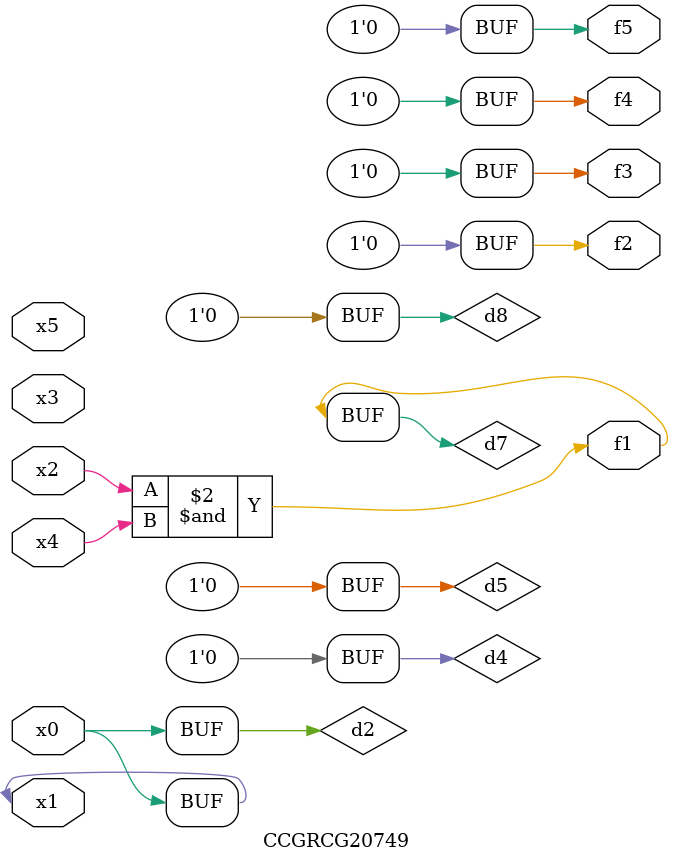
<source format=v>
module CCGRCG20749(
	input x0, x1, x2, x3, x4, x5,
	output f1, f2, f3, f4, f5
);

	wire d1, d2, d3, d4, d5, d6, d7, d8, d9;

	nand (d1, x1);
	buf (d2, x0, x1);
	nand (d3, x2, x4);
	and (d4, d1, d2);
	and (d5, d1, d2);
	nand (d6, d1, d3);
	not (d7, d3);
	xor (d8, d5);
	nor (d9, d5, d6);
	assign f1 = d7;
	assign f2 = d8;
	assign f3 = d8;
	assign f4 = d8;
	assign f5 = d8;
endmodule

</source>
